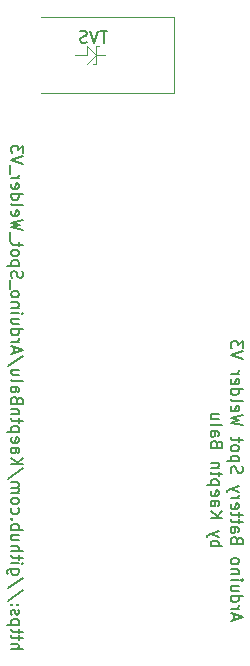
<source format=gbr>
G04 #@! TF.FileFunction,Legend,Bot*
%FSLAX46Y46*%
G04 Gerber Fmt 4.6, Leading zero omitted, Abs format (unit mm)*
G04 Created by KiCad (PCBNEW 4.0.4-stable) date 08/22/17 11:56:14*
%MOMM*%
%LPD*%
G01*
G04 APERTURE LIST*
%ADD10C,0.100000*%
%ADD11C,0.200000*%
%ADD12C,0.120000*%
%ADD13C,0.150000*%
G04 APERTURE END LIST*
D10*
X153000000Y-74000000D02*
X152750000Y-74000000D01*
X153000000Y-72500000D02*
X153250000Y-72500000D01*
X153000000Y-73250000D02*
X153750000Y-73250000D01*
X153000000Y-73250000D02*
X153000000Y-74000000D01*
X153000000Y-73250000D02*
X153000000Y-72500000D01*
X153000000Y-73250000D02*
X152250000Y-74000000D01*
X152250000Y-72500000D02*
X153000000Y-73250000D01*
X152250000Y-73250000D02*
X152250000Y-72500000D01*
X151250000Y-73250000D02*
X152250000Y-73250000D01*
D11*
X145797619Y-123535717D02*
X146797619Y-123535717D01*
X145797619Y-123107145D02*
X146321429Y-123107145D01*
X146416667Y-123154764D01*
X146464286Y-123250002D01*
X146464286Y-123392860D01*
X146416667Y-123488098D01*
X146369048Y-123535717D01*
X146464286Y-122773812D02*
X146464286Y-122392860D01*
X146797619Y-122630955D02*
X145940476Y-122630955D01*
X145845238Y-122583336D01*
X145797619Y-122488098D01*
X145797619Y-122392860D01*
X146464286Y-122202383D02*
X146464286Y-121821431D01*
X146797619Y-122059526D02*
X145940476Y-122059526D01*
X145845238Y-122011907D01*
X145797619Y-121916669D01*
X145797619Y-121821431D01*
X146464286Y-121488097D02*
X145464286Y-121488097D01*
X146416667Y-121488097D02*
X146464286Y-121392859D01*
X146464286Y-121202382D01*
X146416667Y-121107144D01*
X146369048Y-121059525D01*
X146273810Y-121011906D01*
X145988095Y-121011906D01*
X145892857Y-121059525D01*
X145845238Y-121107144D01*
X145797619Y-121202382D01*
X145797619Y-121392859D01*
X145845238Y-121488097D01*
X145845238Y-120630954D02*
X145797619Y-120535716D01*
X145797619Y-120345240D01*
X145845238Y-120250001D01*
X145940476Y-120202382D01*
X145988095Y-120202382D01*
X146083333Y-120250001D01*
X146130952Y-120345240D01*
X146130952Y-120488097D01*
X146178571Y-120583335D01*
X146273810Y-120630954D01*
X146321429Y-120630954D01*
X146416667Y-120583335D01*
X146464286Y-120488097D01*
X146464286Y-120345240D01*
X146416667Y-120250001D01*
X145892857Y-119773811D02*
X145845238Y-119726192D01*
X145797619Y-119773811D01*
X145845238Y-119821430D01*
X145892857Y-119773811D01*
X145797619Y-119773811D01*
X146416667Y-119773811D02*
X146369048Y-119726192D01*
X146321429Y-119773811D01*
X146369048Y-119821430D01*
X146416667Y-119773811D01*
X146321429Y-119773811D01*
X146845238Y-118583335D02*
X145559524Y-119440478D01*
X146845238Y-117535716D02*
X145559524Y-118392859D01*
X146464286Y-116773811D02*
X145654762Y-116773811D01*
X145559524Y-116821430D01*
X145511905Y-116869049D01*
X145464286Y-116964288D01*
X145464286Y-117107145D01*
X145511905Y-117202383D01*
X145845238Y-116773811D02*
X145797619Y-116869049D01*
X145797619Y-117059526D01*
X145845238Y-117154764D01*
X145892857Y-117202383D01*
X145988095Y-117250002D01*
X146273810Y-117250002D01*
X146369048Y-117202383D01*
X146416667Y-117154764D01*
X146464286Y-117059526D01*
X146464286Y-116869049D01*
X146416667Y-116773811D01*
X145797619Y-116297621D02*
X146464286Y-116297621D01*
X146797619Y-116297621D02*
X146750000Y-116345240D01*
X146702381Y-116297621D01*
X146750000Y-116250002D01*
X146797619Y-116297621D01*
X146702381Y-116297621D01*
X146464286Y-115964288D02*
X146464286Y-115583336D01*
X146797619Y-115821431D02*
X145940476Y-115821431D01*
X145845238Y-115773812D01*
X145797619Y-115678574D01*
X145797619Y-115583336D01*
X145797619Y-115250002D02*
X146797619Y-115250002D01*
X145797619Y-114821430D02*
X146321429Y-114821430D01*
X146416667Y-114869049D01*
X146464286Y-114964287D01*
X146464286Y-115107145D01*
X146416667Y-115202383D01*
X146369048Y-115250002D01*
X146464286Y-113916668D02*
X145797619Y-113916668D01*
X146464286Y-114345240D02*
X145940476Y-114345240D01*
X145845238Y-114297621D01*
X145797619Y-114202383D01*
X145797619Y-114059525D01*
X145845238Y-113964287D01*
X145892857Y-113916668D01*
X145797619Y-113440478D02*
X146797619Y-113440478D01*
X146416667Y-113440478D02*
X146464286Y-113345240D01*
X146464286Y-113154763D01*
X146416667Y-113059525D01*
X146369048Y-113011906D01*
X146273810Y-112964287D01*
X145988095Y-112964287D01*
X145892857Y-113011906D01*
X145845238Y-113059525D01*
X145797619Y-113154763D01*
X145797619Y-113345240D01*
X145845238Y-113440478D01*
X145892857Y-112535716D02*
X145845238Y-112488097D01*
X145797619Y-112535716D01*
X145845238Y-112583335D01*
X145892857Y-112535716D01*
X145797619Y-112535716D01*
X145845238Y-111630954D02*
X145797619Y-111726192D01*
X145797619Y-111916669D01*
X145845238Y-112011907D01*
X145892857Y-112059526D01*
X145988095Y-112107145D01*
X146273810Y-112107145D01*
X146369048Y-112059526D01*
X146416667Y-112011907D01*
X146464286Y-111916669D01*
X146464286Y-111726192D01*
X146416667Y-111630954D01*
X145797619Y-111059526D02*
X145845238Y-111154764D01*
X145892857Y-111202383D01*
X145988095Y-111250002D01*
X146273810Y-111250002D01*
X146369048Y-111202383D01*
X146416667Y-111154764D01*
X146464286Y-111059526D01*
X146464286Y-110916668D01*
X146416667Y-110821430D01*
X146369048Y-110773811D01*
X146273810Y-110726192D01*
X145988095Y-110726192D01*
X145892857Y-110773811D01*
X145845238Y-110821430D01*
X145797619Y-110916668D01*
X145797619Y-111059526D01*
X145797619Y-110297621D02*
X146464286Y-110297621D01*
X146369048Y-110297621D02*
X146416667Y-110250002D01*
X146464286Y-110154764D01*
X146464286Y-110011906D01*
X146416667Y-109916668D01*
X146321429Y-109869049D01*
X145797619Y-109869049D01*
X146321429Y-109869049D02*
X146416667Y-109821430D01*
X146464286Y-109726192D01*
X146464286Y-109583335D01*
X146416667Y-109488097D01*
X146321429Y-109440478D01*
X145797619Y-109440478D01*
X146845238Y-108250002D02*
X145559524Y-109107145D01*
X145797619Y-107916669D02*
X146797619Y-107916669D01*
X145797619Y-107345240D02*
X146369048Y-107773812D01*
X146797619Y-107345240D02*
X146226190Y-107916669D01*
X145797619Y-106488097D02*
X146321429Y-106488097D01*
X146416667Y-106535716D01*
X146464286Y-106630954D01*
X146464286Y-106821431D01*
X146416667Y-106916669D01*
X145845238Y-106488097D02*
X145797619Y-106583335D01*
X145797619Y-106821431D01*
X145845238Y-106916669D01*
X145940476Y-106964288D01*
X146035714Y-106964288D01*
X146130952Y-106916669D01*
X146178571Y-106821431D01*
X146178571Y-106583335D01*
X146226190Y-106488097D01*
X145845238Y-105630954D02*
X145797619Y-105726192D01*
X145797619Y-105916669D01*
X145845238Y-106011907D01*
X145940476Y-106059526D01*
X146321429Y-106059526D01*
X146416667Y-106011907D01*
X146464286Y-105916669D01*
X146464286Y-105726192D01*
X146416667Y-105630954D01*
X146321429Y-105583335D01*
X146226190Y-105583335D01*
X146130952Y-106059526D01*
X146464286Y-105154764D02*
X145464286Y-105154764D01*
X146416667Y-105154764D02*
X146464286Y-105059526D01*
X146464286Y-104869049D01*
X146416667Y-104773811D01*
X146369048Y-104726192D01*
X146273810Y-104678573D01*
X145988095Y-104678573D01*
X145892857Y-104726192D01*
X145845238Y-104773811D01*
X145797619Y-104869049D01*
X145797619Y-105059526D01*
X145845238Y-105154764D01*
X146464286Y-104392859D02*
X146464286Y-104011907D01*
X146797619Y-104250002D02*
X145940476Y-104250002D01*
X145845238Y-104202383D01*
X145797619Y-104107145D01*
X145797619Y-104011907D01*
X146464286Y-103678573D02*
X145797619Y-103678573D01*
X146369048Y-103678573D02*
X146416667Y-103630954D01*
X146464286Y-103535716D01*
X146464286Y-103392858D01*
X146416667Y-103297620D01*
X146321429Y-103250001D01*
X145797619Y-103250001D01*
X146321429Y-102440477D02*
X146273810Y-102297620D01*
X146226190Y-102250001D01*
X146130952Y-102202382D01*
X145988095Y-102202382D01*
X145892857Y-102250001D01*
X145845238Y-102297620D01*
X145797619Y-102392858D01*
X145797619Y-102773811D01*
X146797619Y-102773811D01*
X146797619Y-102440477D01*
X146750000Y-102345239D01*
X146702381Y-102297620D01*
X146607143Y-102250001D01*
X146511905Y-102250001D01*
X146416667Y-102297620D01*
X146369048Y-102345239D01*
X146321429Y-102440477D01*
X146321429Y-102773811D01*
X145797619Y-101345239D02*
X146321429Y-101345239D01*
X146416667Y-101392858D01*
X146464286Y-101488096D01*
X146464286Y-101678573D01*
X146416667Y-101773811D01*
X145845238Y-101345239D02*
X145797619Y-101440477D01*
X145797619Y-101678573D01*
X145845238Y-101773811D01*
X145940476Y-101821430D01*
X146035714Y-101821430D01*
X146130952Y-101773811D01*
X146178571Y-101678573D01*
X146178571Y-101440477D01*
X146226190Y-101345239D01*
X145797619Y-100726192D02*
X145845238Y-100821430D01*
X145940476Y-100869049D01*
X146797619Y-100869049D01*
X146464286Y-99916667D02*
X145797619Y-99916667D01*
X146464286Y-100345239D02*
X145940476Y-100345239D01*
X145845238Y-100297620D01*
X145797619Y-100202382D01*
X145797619Y-100059524D01*
X145845238Y-99964286D01*
X145892857Y-99916667D01*
X146845238Y-98726191D02*
X145559524Y-99583334D01*
X146083333Y-98440477D02*
X146083333Y-97964286D01*
X145797619Y-98535715D02*
X146797619Y-98202382D01*
X145797619Y-97869048D01*
X145797619Y-97535715D02*
X146464286Y-97535715D01*
X146273810Y-97535715D02*
X146369048Y-97488096D01*
X146416667Y-97440477D01*
X146464286Y-97345239D01*
X146464286Y-97250000D01*
X145797619Y-96488095D02*
X146797619Y-96488095D01*
X145845238Y-96488095D02*
X145797619Y-96583333D01*
X145797619Y-96773810D01*
X145845238Y-96869048D01*
X145892857Y-96916667D01*
X145988095Y-96964286D01*
X146273810Y-96964286D01*
X146369048Y-96916667D01*
X146416667Y-96869048D01*
X146464286Y-96773810D01*
X146464286Y-96583333D01*
X146416667Y-96488095D01*
X146464286Y-95583333D02*
X145797619Y-95583333D01*
X146464286Y-96011905D02*
X145940476Y-96011905D01*
X145845238Y-95964286D01*
X145797619Y-95869048D01*
X145797619Y-95726190D01*
X145845238Y-95630952D01*
X145892857Y-95583333D01*
X145797619Y-95107143D02*
X146464286Y-95107143D01*
X146797619Y-95107143D02*
X146750000Y-95154762D01*
X146702381Y-95107143D01*
X146750000Y-95059524D01*
X146797619Y-95107143D01*
X146702381Y-95107143D01*
X146464286Y-94630953D02*
X145797619Y-94630953D01*
X146369048Y-94630953D02*
X146416667Y-94583334D01*
X146464286Y-94488096D01*
X146464286Y-94345238D01*
X146416667Y-94250000D01*
X146321429Y-94202381D01*
X145797619Y-94202381D01*
X145797619Y-93583334D02*
X145845238Y-93678572D01*
X145892857Y-93726191D01*
X145988095Y-93773810D01*
X146273810Y-93773810D01*
X146369048Y-93726191D01*
X146416667Y-93678572D01*
X146464286Y-93583334D01*
X146464286Y-93440476D01*
X146416667Y-93345238D01*
X146369048Y-93297619D01*
X146273810Y-93250000D01*
X145988095Y-93250000D01*
X145892857Y-93297619D01*
X145845238Y-93345238D01*
X145797619Y-93440476D01*
X145797619Y-93583334D01*
X145702381Y-93059524D02*
X145702381Y-92297619D01*
X145845238Y-92107143D02*
X145797619Y-91964286D01*
X145797619Y-91726190D01*
X145845238Y-91630952D01*
X145892857Y-91583333D01*
X145988095Y-91535714D01*
X146083333Y-91535714D01*
X146178571Y-91583333D01*
X146226190Y-91630952D01*
X146273810Y-91726190D01*
X146321429Y-91916667D01*
X146369048Y-92011905D01*
X146416667Y-92059524D01*
X146511905Y-92107143D01*
X146607143Y-92107143D01*
X146702381Y-92059524D01*
X146750000Y-92011905D01*
X146797619Y-91916667D01*
X146797619Y-91678571D01*
X146750000Y-91535714D01*
X146464286Y-91107143D02*
X145464286Y-91107143D01*
X146416667Y-91107143D02*
X146464286Y-91011905D01*
X146464286Y-90821428D01*
X146416667Y-90726190D01*
X146369048Y-90678571D01*
X146273810Y-90630952D01*
X145988095Y-90630952D01*
X145892857Y-90678571D01*
X145845238Y-90726190D01*
X145797619Y-90821428D01*
X145797619Y-91011905D01*
X145845238Y-91107143D01*
X145797619Y-90059524D02*
X145845238Y-90154762D01*
X145892857Y-90202381D01*
X145988095Y-90250000D01*
X146273810Y-90250000D01*
X146369048Y-90202381D01*
X146416667Y-90154762D01*
X146464286Y-90059524D01*
X146464286Y-89916666D01*
X146416667Y-89821428D01*
X146369048Y-89773809D01*
X146273810Y-89726190D01*
X145988095Y-89726190D01*
X145892857Y-89773809D01*
X145845238Y-89821428D01*
X145797619Y-89916666D01*
X145797619Y-90059524D01*
X146464286Y-89440476D02*
X146464286Y-89059524D01*
X146797619Y-89297619D02*
X145940476Y-89297619D01*
X145845238Y-89250000D01*
X145797619Y-89154762D01*
X145797619Y-89059524D01*
X145702381Y-88964285D02*
X145702381Y-88202380D01*
X146797619Y-88059523D02*
X145797619Y-87821428D01*
X146511905Y-87630951D01*
X145797619Y-87440475D01*
X146797619Y-87202380D01*
X145845238Y-86440475D02*
X145797619Y-86535713D01*
X145797619Y-86726190D01*
X145845238Y-86821428D01*
X145940476Y-86869047D01*
X146321429Y-86869047D01*
X146416667Y-86821428D01*
X146464286Y-86726190D01*
X146464286Y-86535713D01*
X146416667Y-86440475D01*
X146321429Y-86392856D01*
X146226190Y-86392856D01*
X146130952Y-86869047D01*
X145797619Y-85821428D02*
X145845238Y-85916666D01*
X145940476Y-85964285D01*
X146797619Y-85964285D01*
X145797619Y-85011903D02*
X146797619Y-85011903D01*
X145845238Y-85011903D02*
X145797619Y-85107141D01*
X145797619Y-85297618D01*
X145845238Y-85392856D01*
X145892857Y-85440475D01*
X145988095Y-85488094D01*
X146273810Y-85488094D01*
X146369048Y-85440475D01*
X146416667Y-85392856D01*
X146464286Y-85297618D01*
X146464286Y-85107141D01*
X146416667Y-85011903D01*
X145845238Y-84154760D02*
X145797619Y-84249998D01*
X145797619Y-84440475D01*
X145845238Y-84535713D01*
X145940476Y-84583332D01*
X146321429Y-84583332D01*
X146416667Y-84535713D01*
X146464286Y-84440475D01*
X146464286Y-84249998D01*
X146416667Y-84154760D01*
X146321429Y-84107141D01*
X146226190Y-84107141D01*
X146130952Y-84583332D01*
X145797619Y-83678570D02*
X146464286Y-83678570D01*
X146273810Y-83678570D02*
X146369048Y-83630951D01*
X146416667Y-83583332D01*
X146464286Y-83488094D01*
X146464286Y-83392855D01*
X145702381Y-83297617D02*
X145702381Y-82535712D01*
X146797619Y-82440474D02*
X145797619Y-82107141D01*
X146797619Y-81773807D01*
X146797619Y-81535712D02*
X146797619Y-80916664D01*
X146416667Y-81249998D01*
X146416667Y-81107140D01*
X146369048Y-81011902D01*
X146321429Y-80964283D01*
X146226190Y-80916664D01*
X145988095Y-80916664D01*
X145892857Y-80964283D01*
X145845238Y-81011902D01*
X145797619Y-81107140D01*
X145797619Y-81392855D01*
X145845238Y-81488093D01*
X145892857Y-81535712D01*
X164683333Y-121035717D02*
X164683333Y-120559526D01*
X164397619Y-121130955D02*
X165397619Y-120797622D01*
X164397619Y-120464288D01*
X164397619Y-120130955D02*
X165064286Y-120130955D01*
X164873810Y-120130955D02*
X164969048Y-120083336D01*
X165016667Y-120035717D01*
X165064286Y-119940479D01*
X165064286Y-119845240D01*
X164397619Y-119083335D02*
X165397619Y-119083335D01*
X164445238Y-119083335D02*
X164397619Y-119178573D01*
X164397619Y-119369050D01*
X164445238Y-119464288D01*
X164492857Y-119511907D01*
X164588095Y-119559526D01*
X164873810Y-119559526D01*
X164969048Y-119511907D01*
X165016667Y-119464288D01*
X165064286Y-119369050D01*
X165064286Y-119178573D01*
X165016667Y-119083335D01*
X165064286Y-118178573D02*
X164397619Y-118178573D01*
X165064286Y-118607145D02*
X164540476Y-118607145D01*
X164445238Y-118559526D01*
X164397619Y-118464288D01*
X164397619Y-118321430D01*
X164445238Y-118226192D01*
X164492857Y-118178573D01*
X164397619Y-117702383D02*
X165064286Y-117702383D01*
X165397619Y-117702383D02*
X165350000Y-117750002D01*
X165302381Y-117702383D01*
X165350000Y-117654764D01*
X165397619Y-117702383D01*
X165302381Y-117702383D01*
X165064286Y-117226193D02*
X164397619Y-117226193D01*
X164969048Y-117226193D02*
X165016667Y-117178574D01*
X165064286Y-117083336D01*
X165064286Y-116940478D01*
X165016667Y-116845240D01*
X164921429Y-116797621D01*
X164397619Y-116797621D01*
X164397619Y-116178574D02*
X164445238Y-116273812D01*
X164492857Y-116321431D01*
X164588095Y-116369050D01*
X164873810Y-116369050D01*
X164969048Y-116321431D01*
X165016667Y-116273812D01*
X165064286Y-116178574D01*
X165064286Y-116035716D01*
X165016667Y-115940478D01*
X164969048Y-115892859D01*
X164873810Y-115845240D01*
X164588095Y-115845240D01*
X164492857Y-115892859D01*
X164445238Y-115940478D01*
X164397619Y-116035716D01*
X164397619Y-116178574D01*
X164921429Y-114321430D02*
X164873810Y-114178573D01*
X164826190Y-114130954D01*
X164730952Y-114083335D01*
X164588095Y-114083335D01*
X164492857Y-114130954D01*
X164445238Y-114178573D01*
X164397619Y-114273811D01*
X164397619Y-114654764D01*
X165397619Y-114654764D01*
X165397619Y-114321430D01*
X165350000Y-114226192D01*
X165302381Y-114178573D01*
X165207143Y-114130954D01*
X165111905Y-114130954D01*
X165016667Y-114178573D01*
X164969048Y-114226192D01*
X164921429Y-114321430D01*
X164921429Y-114654764D01*
X164397619Y-113226192D02*
X164921429Y-113226192D01*
X165016667Y-113273811D01*
X165064286Y-113369049D01*
X165064286Y-113559526D01*
X165016667Y-113654764D01*
X164445238Y-113226192D02*
X164397619Y-113321430D01*
X164397619Y-113559526D01*
X164445238Y-113654764D01*
X164540476Y-113702383D01*
X164635714Y-113702383D01*
X164730952Y-113654764D01*
X164778571Y-113559526D01*
X164778571Y-113321430D01*
X164826190Y-113226192D01*
X165064286Y-112892859D02*
X165064286Y-112511907D01*
X165397619Y-112750002D02*
X164540476Y-112750002D01*
X164445238Y-112702383D01*
X164397619Y-112607145D01*
X164397619Y-112511907D01*
X165064286Y-112321430D02*
X165064286Y-111940478D01*
X165397619Y-112178573D02*
X164540476Y-112178573D01*
X164445238Y-112130954D01*
X164397619Y-112035716D01*
X164397619Y-111940478D01*
X164445238Y-111226191D02*
X164397619Y-111321429D01*
X164397619Y-111511906D01*
X164445238Y-111607144D01*
X164540476Y-111654763D01*
X164921429Y-111654763D01*
X165016667Y-111607144D01*
X165064286Y-111511906D01*
X165064286Y-111321429D01*
X165016667Y-111226191D01*
X164921429Y-111178572D01*
X164826190Y-111178572D01*
X164730952Y-111654763D01*
X164397619Y-110750001D02*
X165064286Y-110750001D01*
X164873810Y-110750001D02*
X164969048Y-110702382D01*
X165016667Y-110654763D01*
X165064286Y-110559525D01*
X165064286Y-110464286D01*
X165064286Y-110226191D02*
X164397619Y-109988096D01*
X165064286Y-109750000D02*
X164397619Y-109988096D01*
X164159524Y-110083334D01*
X164111905Y-110130953D01*
X164064286Y-110226191D01*
X164445238Y-108654762D02*
X164397619Y-108511905D01*
X164397619Y-108273809D01*
X164445238Y-108178571D01*
X164492857Y-108130952D01*
X164588095Y-108083333D01*
X164683333Y-108083333D01*
X164778571Y-108130952D01*
X164826190Y-108178571D01*
X164873810Y-108273809D01*
X164921429Y-108464286D01*
X164969048Y-108559524D01*
X165016667Y-108607143D01*
X165111905Y-108654762D01*
X165207143Y-108654762D01*
X165302381Y-108607143D01*
X165350000Y-108559524D01*
X165397619Y-108464286D01*
X165397619Y-108226190D01*
X165350000Y-108083333D01*
X165064286Y-107654762D02*
X164064286Y-107654762D01*
X165016667Y-107654762D02*
X165064286Y-107559524D01*
X165064286Y-107369047D01*
X165016667Y-107273809D01*
X164969048Y-107226190D01*
X164873810Y-107178571D01*
X164588095Y-107178571D01*
X164492857Y-107226190D01*
X164445238Y-107273809D01*
X164397619Y-107369047D01*
X164397619Y-107559524D01*
X164445238Y-107654762D01*
X164397619Y-106607143D02*
X164445238Y-106702381D01*
X164492857Y-106750000D01*
X164588095Y-106797619D01*
X164873810Y-106797619D01*
X164969048Y-106750000D01*
X165016667Y-106702381D01*
X165064286Y-106607143D01*
X165064286Y-106464285D01*
X165016667Y-106369047D01*
X164969048Y-106321428D01*
X164873810Y-106273809D01*
X164588095Y-106273809D01*
X164492857Y-106321428D01*
X164445238Y-106369047D01*
X164397619Y-106464285D01*
X164397619Y-106607143D01*
X165064286Y-105988095D02*
X165064286Y-105607143D01*
X165397619Y-105845238D02*
X164540476Y-105845238D01*
X164445238Y-105797619D01*
X164397619Y-105702381D01*
X164397619Y-105607143D01*
X165397619Y-104607142D02*
X164397619Y-104369047D01*
X165111905Y-104178570D01*
X164397619Y-103988094D01*
X165397619Y-103749999D01*
X164445238Y-102988094D02*
X164397619Y-103083332D01*
X164397619Y-103273809D01*
X164445238Y-103369047D01*
X164540476Y-103416666D01*
X164921429Y-103416666D01*
X165016667Y-103369047D01*
X165064286Y-103273809D01*
X165064286Y-103083332D01*
X165016667Y-102988094D01*
X164921429Y-102940475D01*
X164826190Y-102940475D01*
X164730952Y-103416666D01*
X164397619Y-102369047D02*
X164445238Y-102464285D01*
X164540476Y-102511904D01*
X165397619Y-102511904D01*
X164397619Y-101559522D02*
X165397619Y-101559522D01*
X164445238Y-101559522D02*
X164397619Y-101654760D01*
X164397619Y-101845237D01*
X164445238Y-101940475D01*
X164492857Y-101988094D01*
X164588095Y-102035713D01*
X164873810Y-102035713D01*
X164969048Y-101988094D01*
X165016667Y-101940475D01*
X165064286Y-101845237D01*
X165064286Y-101654760D01*
X165016667Y-101559522D01*
X164445238Y-100702379D02*
X164397619Y-100797617D01*
X164397619Y-100988094D01*
X164445238Y-101083332D01*
X164540476Y-101130951D01*
X164921429Y-101130951D01*
X165016667Y-101083332D01*
X165064286Y-100988094D01*
X165064286Y-100797617D01*
X165016667Y-100702379D01*
X164921429Y-100654760D01*
X164826190Y-100654760D01*
X164730952Y-101130951D01*
X164397619Y-100226189D02*
X165064286Y-100226189D01*
X164873810Y-100226189D02*
X164969048Y-100178570D01*
X165016667Y-100130951D01*
X165064286Y-100035713D01*
X165064286Y-99940474D01*
X165397619Y-98988093D02*
X164397619Y-98654760D01*
X165397619Y-98321426D01*
X165397619Y-98083331D02*
X165397619Y-97464283D01*
X165016667Y-97797617D01*
X165016667Y-97654759D01*
X164969048Y-97559521D01*
X164921429Y-97511902D01*
X164826190Y-97464283D01*
X164588095Y-97464283D01*
X164492857Y-97511902D01*
X164445238Y-97559521D01*
X164397619Y-97654759D01*
X164397619Y-97940474D01*
X164445238Y-98035712D01*
X164492857Y-98083331D01*
X162697619Y-114845239D02*
X163697619Y-114845239D01*
X163316667Y-114845239D02*
X163364286Y-114750001D01*
X163364286Y-114559524D01*
X163316667Y-114464286D01*
X163269048Y-114416667D01*
X163173810Y-114369048D01*
X162888095Y-114369048D01*
X162792857Y-114416667D01*
X162745238Y-114464286D01*
X162697619Y-114559524D01*
X162697619Y-114750001D01*
X162745238Y-114845239D01*
X163364286Y-114035715D02*
X162697619Y-113797620D01*
X163364286Y-113559524D02*
X162697619Y-113797620D01*
X162459524Y-113892858D01*
X162411905Y-113940477D01*
X162364286Y-114035715D01*
X162697619Y-112416667D02*
X163697619Y-112416667D01*
X162697619Y-111845238D02*
X163269048Y-112273810D01*
X163697619Y-111845238D02*
X163126190Y-112416667D01*
X162697619Y-110988095D02*
X163221429Y-110988095D01*
X163316667Y-111035714D01*
X163364286Y-111130952D01*
X163364286Y-111321429D01*
X163316667Y-111416667D01*
X162745238Y-110988095D02*
X162697619Y-111083333D01*
X162697619Y-111321429D01*
X162745238Y-111416667D01*
X162840476Y-111464286D01*
X162935714Y-111464286D01*
X163030952Y-111416667D01*
X163078571Y-111321429D01*
X163078571Y-111083333D01*
X163126190Y-110988095D01*
X162745238Y-110130952D02*
X162697619Y-110226190D01*
X162697619Y-110416667D01*
X162745238Y-110511905D01*
X162840476Y-110559524D01*
X163221429Y-110559524D01*
X163316667Y-110511905D01*
X163364286Y-110416667D01*
X163364286Y-110226190D01*
X163316667Y-110130952D01*
X163221429Y-110083333D01*
X163126190Y-110083333D01*
X163030952Y-110559524D01*
X163364286Y-109654762D02*
X162364286Y-109654762D01*
X163316667Y-109654762D02*
X163364286Y-109559524D01*
X163364286Y-109369047D01*
X163316667Y-109273809D01*
X163269048Y-109226190D01*
X163173810Y-109178571D01*
X162888095Y-109178571D01*
X162792857Y-109226190D01*
X162745238Y-109273809D01*
X162697619Y-109369047D01*
X162697619Y-109559524D01*
X162745238Y-109654762D01*
X163364286Y-108892857D02*
X163364286Y-108511905D01*
X163697619Y-108750000D02*
X162840476Y-108750000D01*
X162745238Y-108702381D01*
X162697619Y-108607143D01*
X162697619Y-108511905D01*
X163364286Y-108178571D02*
X162697619Y-108178571D01*
X163269048Y-108178571D02*
X163316667Y-108130952D01*
X163364286Y-108035714D01*
X163364286Y-107892856D01*
X163316667Y-107797618D01*
X163221429Y-107749999D01*
X162697619Y-107749999D01*
X163221429Y-106178570D02*
X163173810Y-106035713D01*
X163126190Y-105988094D01*
X163030952Y-105940475D01*
X162888095Y-105940475D01*
X162792857Y-105988094D01*
X162745238Y-106035713D01*
X162697619Y-106130951D01*
X162697619Y-106511904D01*
X163697619Y-106511904D01*
X163697619Y-106178570D01*
X163650000Y-106083332D01*
X163602381Y-106035713D01*
X163507143Y-105988094D01*
X163411905Y-105988094D01*
X163316667Y-106035713D01*
X163269048Y-106083332D01*
X163221429Y-106178570D01*
X163221429Y-106511904D01*
X162697619Y-105083332D02*
X163221429Y-105083332D01*
X163316667Y-105130951D01*
X163364286Y-105226189D01*
X163364286Y-105416666D01*
X163316667Y-105511904D01*
X162745238Y-105083332D02*
X162697619Y-105178570D01*
X162697619Y-105416666D01*
X162745238Y-105511904D01*
X162840476Y-105559523D01*
X162935714Y-105559523D01*
X163030952Y-105511904D01*
X163078571Y-105416666D01*
X163078571Y-105178570D01*
X163126190Y-105083332D01*
X162697619Y-104464285D02*
X162745238Y-104559523D01*
X162840476Y-104607142D01*
X163697619Y-104607142D01*
X163364286Y-103654760D02*
X162697619Y-103654760D01*
X163364286Y-104083332D02*
X162840476Y-104083332D01*
X162745238Y-104035713D01*
X162697619Y-103940475D01*
X162697619Y-103797617D01*
X162745238Y-103702379D01*
X162792857Y-103654760D01*
D12*
X159550000Y-76500000D02*
X159550000Y-70000000D01*
X159550000Y-76500000D02*
X148350000Y-76500000D01*
X159550000Y-70000000D02*
X148350000Y-70000000D01*
D13*
X153940476Y-71202381D02*
X153369047Y-71202381D01*
X153654762Y-72202381D02*
X153654762Y-71202381D01*
X153178571Y-71202381D02*
X152845238Y-72202381D01*
X152511904Y-71202381D01*
X152226190Y-72154762D02*
X152083333Y-72202381D01*
X151845237Y-72202381D01*
X151749999Y-72154762D01*
X151702380Y-72107143D01*
X151654761Y-72011905D01*
X151654761Y-71916667D01*
X151702380Y-71821429D01*
X151749999Y-71773810D01*
X151845237Y-71726190D01*
X152035714Y-71678571D01*
X152130952Y-71630952D01*
X152178571Y-71583333D01*
X152226190Y-71488095D01*
X152226190Y-71392857D01*
X152178571Y-71297619D01*
X152130952Y-71250000D01*
X152035714Y-71202381D01*
X151797618Y-71202381D01*
X151654761Y-71250000D01*
M02*

</source>
